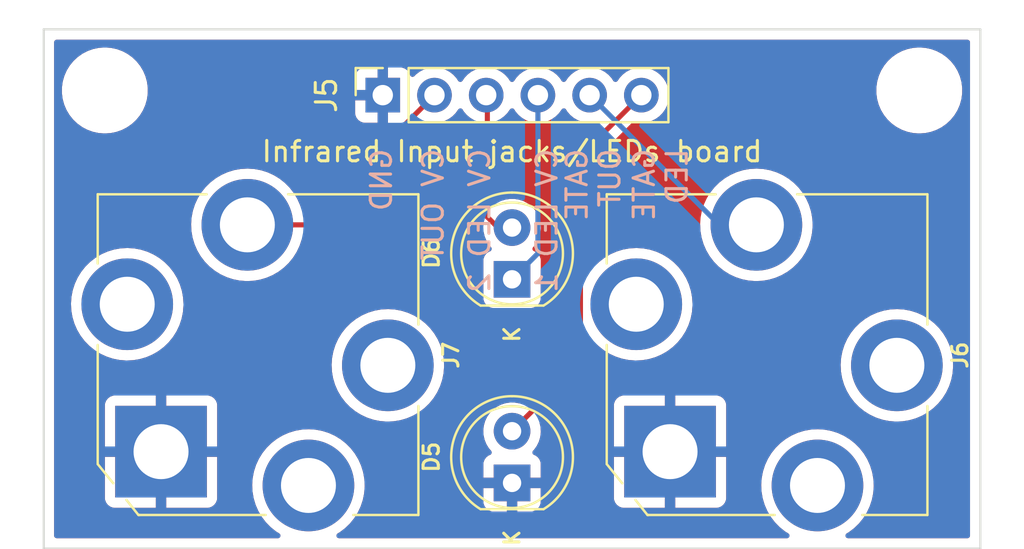
<source format=kicad_pcb>
(kicad_pcb (version 20211014) (generator pcbnew)
  (layers (0 "F.Cu" signal) (31 "B.Cu" signal) (34 "B.Paste" user) (35 "F.Paste" user) (36 "B.SilkS" user "B.Silkscreen") (37 "F.SilkS" user "F.Silkscreen") (38 "B.Mask" user) (39 "F.Mask" user) (44 "Edge.Cuts" user))
  (net 0 "")
  (net 1 "Board_0-/CV_LED_1_P")
  (net 2 "Board_0-/CV_LED_2_P")
  (net 3 "Board_0-/CV_OUT_P")
  (net 4 "Board_0-/GATE_LED_P")
  (net 5 "Board_0-/GATE_OUT_P")
  (net 6 "Board_0-GND1")
  (footprint "ao_tht:Jack_6.35mm_PJ_629HAN" (layer "F.Cu") (at 162.499999 103.249999 -90)
    (fp_text reference "J6" (at 0 -9.5 90 unlocked) (layer "F.SilkS") (effects (font (size 0.75 0.75))))
    (fp_text value "AudioJack2")
    (fp_line (start 6.29 7.09) (end 5.35 7.85) (layer "F.SilkS") (width 0.12))
    (fp_line (start 7.85 5.8) (end 7.85 5.85) (layer "F.SilkS") (width 0.12))
    (fp_line (start 7.85 5.85) (end 7.11 6.44) (layer "F.SilkS") (width 0.12))
    (fp_line (start -7.9 -7.9) (end -1.5 -7.9) (layer "F.SilkS") (width 0.12))
    (fp_line (start 7.85 -0.4) (end 7.85 5.8) (layer "F.SilkS") (width 0.12))
    (fp_line (start -4.5 7.85) (end -7.9 7.85) (layer "F.SilkS") (width 0.12))
    (fp_line (start 7.85 -7.9) (end 7.85 -4.7) (layer "F.SilkS") (width 0.12))
    (fp_line (start -7.9 -1.5) (end -7.9 -7.9) (layer "F.SilkS") (width 0.12))
    (fp_line (start 5.35 7.85) (end -0.5 7.85) (layer "F.SilkS") (width 0.12))
    (fp_line (start 2.5 -7.9) (end 7.85 -7.9) (layer "F.SilkS") (width 0.12))
    (fp_line (start -7.9 7.85) (end -7.9 2.5) (layer "F.SilkS") (width 0.12))
    (pad "R" thru_hole circle locked (at 0.5 -6.4 270) (size 4.500001 4.500001) (drill 2.7) (layers *.Cu *.Mask))
    (pad "RN" thru_hole circle locked (at 6.4 -2.5 270) (size 4.500001 4.500001) (drill 2.7) (layers *.Cu *.Mask))
    (pad "S" thru_hole rect locked (at 4.74 4.74 270) (size 4.500001 4.500001) (drill 2.7) (layers *.Cu *.Mask) (net 6 "Board_0-GND1"))
    (pad "T" thru_hole circle locked (at -6.4 0.5 270) (size 4.5 4.5) (drill 2.7) (layers *.Cu *.Mask) (net 5 "Board_0-/GATE_OUT_P"))
    (pad "TN" thru_hole circle locked (at -2.5 6.4 270) (size 4.5 4.5) (drill 2.7) (layers *.Cu *.Mask))
  )
  (footprint "ao_tht:MountingHole_3.2mm_M3" (layer "F.Cu") (at 169.999999 90.249999)
    (fp_text reference "H4" hide)
    (fp_text value "MountingHole")
    (pad "" np_thru_hole circle locked (at 0 0) (size 3.2 3.2) (drill 3.2) (layers *.Cu *.Mask))
  )
  (footprint "ao_tht:MountingHole_3.2mm_M3" (layer "F.Cu") (at 129.999999 90.249999)
    (fp_text reference "H3" hide)
    (fp_text value "MountingHole")
    (pad "" np_thru_hole circle locked (at 0 0) (size 3.2 3.2) (drill 3.2) (layers *.Cu *.Mask))
  )
  (footprint "ao_tht:LED_D5.0mm" (layer "F.Cu") (at 149.999999 99.524999 90)
    (fp_text reference "D6" (at 1.27 -3.96 90 unlocked) (layer "F.SilkS") (effects (font (size 0.75 0.75))))
    (fp_text value "LED_Dual")
    (fp_text user "K" (at -2.7 0 90 unlocked) (layer "F.SilkS") (effects (font (size 0.75 0.75))))
    (fp_line (start -1.29 -1.545) (end -1.29 1.545) (layer "F.SilkS") (width 0.12))
    (fp_arc (start 4.26 -0.000462) (mid 2.072002 2.880433) (end -1.29 1.54483) (layer "F.SilkS") (width 0.12))
    (fp_arc (start -1.29 -1.54483) (mid 2.072002 -2.880433) (end 4.26 0.000462) (layer "F.SilkS") (width 0.12))
    (fp_circle (center 1.27 0) (end 3.77 0) (layer "F.SilkS") (width 0.12) (fill none))
    (pad "1" thru_hole rect locked (at 0 0 90) (size 1.8 1.8) (drill 0.9) (layers *.Cu *.Mask) (net 1 "Board_0-/CV_LED_1_P"))
    (pad "2" thru_hole circle locked (at 2.54 0 90) (size 1.8 1.8) (drill 0.9) (layers *.Cu *.Mask) (net 2 "Board_0-/CV_LED_2_P"))
  )
  (footprint "ao_tht:Jack_6.35mm_PJ_629HAN" (layer "F.Cu") (at 137.499999 103.249999 -90)
    (fp_text reference "J7" (at 0 -9.5 90 unlocked) (layer "F.SilkS") (effects (font (size 0.75 0.75))))
    (fp_text value "AudioJack2")
    (fp_line (start -7.9 -7.9) (end -1.5 -7.9) (layer "F.SilkS") (width 0.12))
    (fp_line (start 5.35 7.85) (end -0.5 7.85) (layer "F.SilkS") (width 0.12))
    (fp_line (start 6.29 7.09) (end 5.35 7.85) (layer "F.SilkS") (width 0.12))
    (fp_line (start -7.9 7.85) (end -7.9 2.5) (layer "F.SilkS") (width 0.12))
    (fp_line (start 7.85 -7.9) (end 7.85 -4.7) (layer "F.SilkS") (width 0.12))
    (fp_line (start -7.9 -1.5) (end -7.9 -7.9) (layer "F.SilkS") (width 0.12))
    (fp_line (start 7.85 5.8) (end 7.85 5.85) (layer "F.SilkS") (width 0.12))
    (fp_line (start 7.85 -0.4) (end 7.85 5.8) (layer "F.SilkS") (width 0.12))
    (fp_line (start 2.5 -7.9) (end 7.85 -7.9) (layer "F.SilkS") (width 0.12))
    (fp_line (start -4.5 7.85) (end -7.9 7.85) (layer "F.SilkS") (width 0.12))
    (fp_line (start 7.85 5.85) (end 7.11 6.44) (layer "F.SilkS") (width 0.12))
    (pad "R" thru_hole circle locked (at 0.5 -6.4 270) (size 4.500001 4.500001) (drill 2.7) (layers *.Cu *.Mask))
    (pad "RN" thru_hole circle locked (at 6.4 -2.5 270) (size 4.500001 4.500001) (drill 2.7) (layers *.Cu *.Mask))
    (pad "S" thru_hole rect locked (at 4.74 4.74 270) (size 4.500001 4.500001) (drill 2.7) (layers *.Cu *.Mask) (net 6 "Board_0-GND1"))
    (pad "T" thru_hole circle locked (at -6.4 0.5 270) (size 4.5 4.5) (drill 2.7) (layers *.Cu *.Mask) (net 3 "Board_0-/CV_OUT_P"))
    (pad "TN" thru_hole circle locked (at -2.5 6.4 270) (size 4.5 4.5) (drill 2.7) (layers *.Cu *.Mask))
  )
  (footprint "ao_tht:LED_D5.0mm" (layer "F.Cu") (at 149.999999 109.524999 90)
    (fp_text reference "D5" (at 1.27 -3.96 90 unlocked) (layer "F.SilkS") (effects (font (size 0.75 0.75))))
    (fp_text value "LED_green")
    (fp_text user "K" (at -2.7 0 90 unlocked) (layer "F.SilkS") (effects (font (size 0.75 0.75))))
    (fp_line (start -1.29 -1.545) (end -1.29 1.545) (layer "F.SilkS") (width 0.12))
    (fp_arc (start 4.26 -0.000462) (mid 2.072002 2.880433) (end -1.29 1.54483) (layer "F.SilkS") (width 0.12))
    (fp_arc (start -1.29 -1.54483) (mid 2.072002 -2.880433) (end 4.26 0.000462) (layer "F.SilkS") (width 0.12))
    (fp_circle (center 1.27 0) (end 3.77 0) (layer "F.SilkS") (width 0.12) (fill none))
    (pad "1" thru_hole rect locked (at 0 0 90) (size 1.8 1.8) (drill 0.9) (layers *.Cu *.Mask) (net 6 "Board_0-GND1"))
    (pad "2" thru_hole circle locked (at 2.54 0 90) (size 1.8 1.8) (drill 0.9) (layers *.Cu *.Mask) (net 4 "Board_0-/GATE_LED_P"))
  )
  (footprint "Connector_PinSocket_2.54mm:PinSocket_1x06_P2.54mm_Vertical" (layer "F.Cu") (at 143.649999 90.479999 90)
    (fp_text reference "J5" (at 0 -2.77 90 unlocked) (layer "F.SilkS"))
    (fp_text value "Conn_01x06")
    (fp_line (start 1.33 1.27) (end 1.33 14.03) (layer "F.SilkS") (width 0.12))
    (fp_line (start 0 -1.33) (end 1.33 -1.33) (layer "F.SilkS") (width 0.12))
    (fp_line (start 1.33 -1.33) (end 1.33 0) (layer "F.SilkS") (width 0.12))
    (fp_line (start -1.33 14.03) (end 1.33 14.03) (layer "F.SilkS") (width 0.12))
    (fp_line (start -1.33 1.27) (end -1.33 14.03) (layer "F.SilkS") (width 0.12))
    (fp_line (start -1.33 1.27) (end 1.33 1.27) (layer "F.SilkS") (width 0.12))
    (pad "1" thru_hole rect (at 0 0 90) (size 1.7 1.7) (drill 1) (layers *.Cu *.Mask) (net 6 "Board_0-GND1"))
    (pad "2" thru_hole oval (at 0 2.54 90) (size 1.7 1.7) (drill 1) (layers *.Cu *.Mask) (net 3 "Board_0-/CV_OUT_P"))
    (pad "3" thru_hole oval (at 0 5.08 90) (size 1.7 1.7) (drill 1) (layers *.Cu *.Mask) (net 2 "Board_0-/CV_LED_2_P"))
    (pad "4" thru_hole oval (at 0 7.62 90) (size 1.7 1.7) (drill 1) (layers *.Cu *.Mask) (net 1 "Board_0-/CV_LED_1_P"))
    (pad "5" thru_hole oval (at 0 10.16 90) (size 1.7 1.7) (drill 1) (layers *.Cu *.Mask) (net 5 "Board_0-/GATE_OUT_P"))
    (pad "6" thru_hole oval (at 0 12.7 90) (size 1.7 1.7) (drill 1) (layers *.Cu *.Mask) (net 4 "Board_0-/GATE_LED_P"))
  )
  (gr_line (start 173 87.249) (end 173.000471 112.750881) (layer "Edge.Cuts") (width 0.1))
  (gr_line (start 126.999528 87.249118) (end 173 87.249) (layer "Edge.Cuts") (width 0.1))
  (gr_line (start 126.999118 112.750471) (end 126.999528 87.249118) (layer "Edge.Cuts") (width 0.1))
  (gr_line (start 173.000471 112.750881) (end 126.999118 112.750471) (layer "Edge.Cuts") (width 0.1))
  (gr_text "GND" (at 143.579999 93.019999 90) (layer "B.SilkS") (effects (font (size 1 1)) (justify left mirror)))
  (gr_text "CV LED 2" (at 148.405999 93.019999 90) (layer "B.SilkS") (effects (font (size 1 1)) (justify left mirror)))
  (gr_text "CV LED 1" (at 151.707999 93.019999 90) (layer "B.SilkS") (effects (font (size 1 1)) (justify left mirror)))
  (gr_text "GATE\nOUT" (at 153.993999 93.019999 90) (layer "B.SilkS") (effects (font (size 1 1)) (justify left mirror)))
  (gr_text "CV OUT" (at 146.119999 93.019999 90) (layer "B.SilkS") (effects (font (size 1 1)) (justify left mirror)))
  (gr_text "GATE\nLED" (at 157.295999 93.019999 90) (layer "B.SilkS") (effects (font (size 1 1)) (justify left mirror)))
  (gr_text "Infrared Input jacks/LEDs board" (at 149.999999 93.249999) (layer "F.SilkS") (effects (font (size 1 1))))
  (segment (start 151.269999 98.254999) (end 151.269999 90.479999) (width 0.25) (layer "B.Cu") (net 1))
  (segment (start 149.999999 99.524999) (end 151.269999 98.254999) (width 0.25) (layer "B.Cu") (net 1))
  (segment (start 148.786999 96.466278) (end 148.786999 90.536999) (width 0.25) (layer "F.Cu") (net 2))
  (segment (start 149.30572 96.984999) (end 148.786999 96.466278) (width 0.25) (layer "F.Cu") (net 2))
  (segment (start 139.819999 96.849999) (end 146.189999 90.479999) (width 0.25) (layer "F.Cu") (net 3))
  (segment (start 137.999999 96.849999) (end 139.819999 96.849999) (width 0.25) (layer "F.Cu") (net 3))
  (segment (start 153.358999 93.470999) (end 156.349999 90.479999) (width 0.25) (layer "F.Cu") (net 4))
  (segment (start 149.999999 106.984999) (end 153.358999 103.625999) (width 0.25) (layer "F.Cu") (net 4))
  (segment (start 153.358999 103.625999) (end 153.358999 93.470999) (width 0.25) (layer "F.Cu") (net 4))
  (segment (start 153.809999 90.479999) (end 160.179999 96.849999) (width 0.25) (layer "B.Cu") (net 5))
  (zone (net 6) (net_name "Board_0-GND1") (layers F&B.Cu) (connect_pads (clearance 0.508)) (min_thickness 0.254) (fill yes (thermal_gap 0.508) (thermal_bridge_width 0.508))
    (polygon (pts (xy 172.999999 112.749999) (xy 126.999999 112.749999) (xy 126.999999 87.249999) (xy 172.999999 87.249999)))
  )
)
</source>
